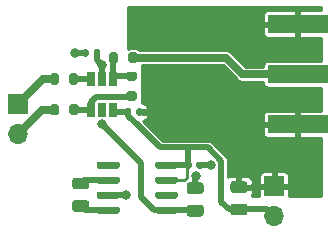
<source format=gbr>
G04 #@! TF.GenerationSoftware,KiCad,Pcbnew,(5.1.9)-1*
G04 #@! TF.CreationDate,2021-04-02T20:50:49-05:00*
G04 #@! TF.ProjectId,coax-probe,636f6178-2d70-4726-9f62-652e6b696361,rev?*
G04 #@! TF.SameCoordinates,Original*
G04 #@! TF.FileFunction,Copper,L1,Top*
G04 #@! TF.FilePolarity,Positive*
%FSLAX46Y46*%
G04 Gerber Fmt 4.6, Leading zero omitted, Abs format (unit mm)*
G04 Created by KiCad (PCBNEW (5.1.9)-1) date 2021-04-02 20:50:49*
%MOMM*%
%LPD*%
G01*
G04 APERTURE LIST*
G04 #@! TA.AperFunction,SMDPad,CuDef*
%ADD10R,0.650000X1.220000*%
G04 #@! TD*
G04 #@! TA.AperFunction,SMDPad,CuDef*
%ADD11R,5.080000X1.500000*%
G04 #@! TD*
G04 #@! TA.AperFunction,ComponentPad*
%ADD12O,1.700000X1.700000*%
G04 #@! TD*
G04 #@! TA.AperFunction,ComponentPad*
%ADD13R,1.700000X1.700000*%
G04 #@! TD*
G04 #@! TA.AperFunction,ViaPad*
%ADD14C,0.600000*%
G04 #@! TD*
G04 #@! TA.AperFunction,ViaPad*
%ADD15C,0.800000*%
G04 #@! TD*
G04 #@! TA.AperFunction,Conductor*
%ADD16C,0.650000*%
G04 #@! TD*
G04 #@! TA.AperFunction,Conductor*
%ADD17C,0.500000*%
G04 #@! TD*
G04 #@! TA.AperFunction,Conductor*
%ADD18C,0.250000*%
G04 #@! TD*
G04 #@! TA.AperFunction,Conductor*
%ADD19C,0.254000*%
G04 #@! TD*
G04 #@! TA.AperFunction,Conductor*
%ADD20C,0.100000*%
G04 #@! TD*
G04 APERTURE END LIST*
G04 #@! TA.AperFunction,SMDPad,CuDef*
G36*
G01*
X170400000Y-64045000D02*
X170400000Y-63745000D01*
G75*
G02*
X170550000Y-63595000I150000J0D01*
G01*
X172200000Y-63595000D01*
G75*
G02*
X172350000Y-63745000I0J-150000D01*
G01*
X172350000Y-64045000D01*
G75*
G02*
X172200000Y-64195000I-150000J0D01*
G01*
X170550000Y-64195000D01*
G75*
G02*
X170400000Y-64045000I0J150000D01*
G01*
G37*
G04 #@! TD.AperFunction*
G04 #@! TA.AperFunction,SMDPad,CuDef*
G36*
G01*
X170400000Y-65315000D02*
X170400000Y-65015000D01*
G75*
G02*
X170550000Y-64865000I150000J0D01*
G01*
X172200000Y-64865000D01*
G75*
G02*
X172350000Y-65015000I0J-150000D01*
G01*
X172350000Y-65315000D01*
G75*
G02*
X172200000Y-65465000I-150000J0D01*
G01*
X170550000Y-65465000D01*
G75*
G02*
X170400000Y-65315000I0J150000D01*
G01*
G37*
G04 #@! TD.AperFunction*
G04 #@! TA.AperFunction,SMDPad,CuDef*
G36*
G01*
X170400000Y-66585000D02*
X170400000Y-66285000D01*
G75*
G02*
X170550000Y-66135000I150000J0D01*
G01*
X172200000Y-66135000D01*
G75*
G02*
X172350000Y-66285000I0J-150000D01*
G01*
X172350000Y-66585000D01*
G75*
G02*
X172200000Y-66735000I-150000J0D01*
G01*
X170550000Y-66735000D01*
G75*
G02*
X170400000Y-66585000I0J150000D01*
G01*
G37*
G04 #@! TD.AperFunction*
G04 #@! TA.AperFunction,SMDPad,CuDef*
G36*
G01*
X170400000Y-67855000D02*
X170400000Y-67555000D01*
G75*
G02*
X170550000Y-67405000I150000J0D01*
G01*
X172200000Y-67405000D01*
G75*
G02*
X172350000Y-67555000I0J-150000D01*
G01*
X172350000Y-67855000D01*
G75*
G02*
X172200000Y-68005000I-150000J0D01*
G01*
X170550000Y-68005000D01*
G75*
G02*
X170400000Y-67855000I0J150000D01*
G01*
G37*
G04 #@! TD.AperFunction*
G04 #@! TA.AperFunction,SMDPad,CuDef*
G36*
G01*
X165450000Y-67855000D02*
X165450000Y-67555000D01*
G75*
G02*
X165600000Y-67405000I150000J0D01*
G01*
X167250000Y-67405000D01*
G75*
G02*
X167400000Y-67555000I0J-150000D01*
G01*
X167400000Y-67855000D01*
G75*
G02*
X167250000Y-68005000I-150000J0D01*
G01*
X165600000Y-68005000D01*
G75*
G02*
X165450000Y-67855000I0J150000D01*
G01*
G37*
G04 #@! TD.AperFunction*
G04 #@! TA.AperFunction,SMDPad,CuDef*
G36*
G01*
X165450000Y-66585000D02*
X165450000Y-66285000D01*
G75*
G02*
X165600000Y-66135000I150000J0D01*
G01*
X167250000Y-66135000D01*
G75*
G02*
X167400000Y-66285000I0J-150000D01*
G01*
X167400000Y-66585000D01*
G75*
G02*
X167250000Y-66735000I-150000J0D01*
G01*
X165600000Y-66735000D01*
G75*
G02*
X165450000Y-66585000I0J150000D01*
G01*
G37*
G04 #@! TD.AperFunction*
G04 #@! TA.AperFunction,SMDPad,CuDef*
G36*
G01*
X165450000Y-65315000D02*
X165450000Y-65015000D01*
G75*
G02*
X165600000Y-64865000I150000J0D01*
G01*
X167250000Y-64865000D01*
G75*
G02*
X167400000Y-65015000I0J-150000D01*
G01*
X167400000Y-65315000D01*
G75*
G02*
X167250000Y-65465000I-150000J0D01*
G01*
X165600000Y-65465000D01*
G75*
G02*
X165450000Y-65315000I0J150000D01*
G01*
G37*
G04 #@! TD.AperFunction*
G04 #@! TA.AperFunction,SMDPad,CuDef*
G36*
G01*
X165450000Y-64045000D02*
X165450000Y-63745000D01*
G75*
G02*
X165600000Y-63595000I150000J0D01*
G01*
X167250000Y-63595000D01*
G75*
G02*
X167400000Y-63745000I0J-150000D01*
G01*
X167400000Y-64045000D01*
G75*
G02*
X167250000Y-64195000I-150000J0D01*
G01*
X165600000Y-64195000D01*
G75*
G02*
X165450000Y-64045000I0J150000D01*
G01*
G37*
G04 #@! TD.AperFunction*
G04 #@! TA.AperFunction,SMDPad,CuDef*
G36*
G01*
X177025000Y-67150000D02*
X177975000Y-67150000D01*
G75*
G02*
X178225000Y-67400000I0J-250000D01*
G01*
X178225000Y-67900000D01*
G75*
G02*
X177975000Y-68150000I-250000J0D01*
G01*
X177025000Y-68150000D01*
G75*
G02*
X176775000Y-67900000I0J250000D01*
G01*
X176775000Y-67400000D01*
G75*
G02*
X177025000Y-67150000I250000J0D01*
G01*
G37*
G04 #@! TD.AperFunction*
G04 #@! TA.AperFunction,SMDPad,CuDef*
G36*
G01*
X177025000Y-65250000D02*
X177975000Y-65250000D01*
G75*
G02*
X178225000Y-65500000I0J-250000D01*
G01*
X178225000Y-66000000D01*
G75*
G02*
X177975000Y-66250000I-250000J0D01*
G01*
X177025000Y-66250000D01*
G75*
G02*
X176775000Y-66000000I0J250000D01*
G01*
X176775000Y-65500000D01*
G75*
G02*
X177025000Y-65250000I250000J0D01*
G01*
G37*
G04 #@! TD.AperFunction*
G04 #@! TA.AperFunction,SMDPad,CuDef*
G36*
G01*
X173900000Y-64070000D02*
X173900000Y-63730000D01*
G75*
G02*
X174040000Y-63590000I140000J0D01*
G01*
X174320000Y-63590000D01*
G75*
G02*
X174460000Y-63730000I0J-140000D01*
G01*
X174460000Y-64070000D01*
G75*
G02*
X174320000Y-64210000I-140000J0D01*
G01*
X174040000Y-64210000D01*
G75*
G02*
X173900000Y-64070000I0J140000D01*
G01*
G37*
G04 #@! TD.AperFunction*
G04 #@! TA.AperFunction,SMDPad,CuDef*
G36*
G01*
X172940000Y-64070000D02*
X172940000Y-63730000D01*
G75*
G02*
X173080000Y-63590000I140000J0D01*
G01*
X173360000Y-63590000D01*
G75*
G02*
X173500000Y-63730000I0J-140000D01*
G01*
X173500000Y-64070000D01*
G75*
G02*
X173360000Y-64210000I-140000J0D01*
G01*
X173080000Y-64210000D01*
G75*
G02*
X172940000Y-64070000I0J140000D01*
G01*
G37*
G04 #@! TD.AperFunction*
G04 #@! TA.AperFunction,SMDPad,CuDef*
G36*
G01*
X162275000Y-56325000D02*
X162275000Y-56875000D01*
G75*
G02*
X162075000Y-57075000I-200000J0D01*
G01*
X161675000Y-57075000D01*
G75*
G02*
X161475000Y-56875000I0J200000D01*
G01*
X161475000Y-56325000D01*
G75*
G02*
X161675000Y-56125000I200000J0D01*
G01*
X162075000Y-56125000D01*
G75*
G02*
X162275000Y-56325000I0J-200000D01*
G01*
G37*
G04 #@! TD.AperFunction*
G04 #@! TA.AperFunction,SMDPad,CuDef*
G36*
G01*
X163925000Y-56325000D02*
X163925000Y-56875000D01*
G75*
G02*
X163725000Y-57075000I-200000J0D01*
G01*
X163325000Y-57075000D01*
G75*
G02*
X163125000Y-56875000I0J200000D01*
G01*
X163125000Y-56325000D01*
G75*
G02*
X163325000Y-56125000I200000J0D01*
G01*
X163725000Y-56125000D01*
G75*
G02*
X163925000Y-56325000I0J-200000D01*
G01*
G37*
G04 #@! TD.AperFunction*
G04 #@! TA.AperFunction,SMDPad,CuDef*
G36*
G01*
X168125000Y-57625000D02*
X168675000Y-57625000D01*
G75*
G02*
X168875000Y-57825000I0J-200000D01*
G01*
X168875000Y-58225000D01*
G75*
G02*
X168675000Y-58425000I-200000J0D01*
G01*
X168125000Y-58425000D01*
G75*
G02*
X167925000Y-58225000I0J200000D01*
G01*
X167925000Y-57825000D01*
G75*
G02*
X168125000Y-57625000I200000J0D01*
G01*
G37*
G04 #@! TD.AperFunction*
G04 #@! TA.AperFunction,SMDPad,CuDef*
G36*
G01*
X168125000Y-55975000D02*
X168675000Y-55975000D01*
G75*
G02*
X168875000Y-56175000I0J-200000D01*
G01*
X168875000Y-56575000D01*
G75*
G02*
X168675000Y-56775000I-200000J0D01*
G01*
X168125000Y-56775000D01*
G75*
G02*
X167925000Y-56575000I0J200000D01*
G01*
X167925000Y-56175000D01*
G75*
G02*
X168125000Y-55975000I200000J0D01*
G01*
G37*
G04 #@! TD.AperFunction*
G04 #@! TA.AperFunction,SMDPad,CuDef*
G36*
G01*
X168925000Y-54525000D02*
X168925000Y-55075000D01*
G75*
G02*
X168725000Y-55275000I-200000J0D01*
G01*
X168325000Y-55275000D01*
G75*
G02*
X168125000Y-55075000I0J200000D01*
G01*
X168125000Y-54525000D01*
G75*
G02*
X168325000Y-54325000I200000J0D01*
G01*
X168725000Y-54325000D01*
G75*
G02*
X168925000Y-54525000I0J-200000D01*
G01*
G37*
G04 #@! TD.AperFunction*
G04 #@! TA.AperFunction,SMDPad,CuDef*
G36*
G01*
X167275000Y-54525000D02*
X167275000Y-55075000D01*
G75*
G02*
X167075000Y-55275000I-200000J0D01*
G01*
X166675000Y-55275000D01*
G75*
G02*
X166475000Y-55075000I0J200000D01*
G01*
X166475000Y-54525000D01*
G75*
G02*
X166675000Y-54325000I200000J0D01*
G01*
X167075000Y-54325000D01*
G75*
G02*
X167275000Y-54525000I0J-200000D01*
G01*
G37*
G04 #@! TD.AperFunction*
G04 #@! TA.AperFunction,SMDPad,CuDef*
G36*
G01*
X162275000Y-58925000D02*
X162275000Y-59475000D01*
G75*
G02*
X162075000Y-59675000I-200000J0D01*
G01*
X161675000Y-59675000D01*
G75*
G02*
X161475000Y-59475000I0J200000D01*
G01*
X161475000Y-58925000D01*
G75*
G02*
X161675000Y-58725000I200000J0D01*
G01*
X162075000Y-58725000D01*
G75*
G02*
X162275000Y-58925000I0J-200000D01*
G01*
G37*
G04 #@! TD.AperFunction*
G04 #@! TA.AperFunction,SMDPad,CuDef*
G36*
G01*
X163925000Y-58925000D02*
X163925000Y-59475000D01*
G75*
G02*
X163725000Y-59675000I-200000J0D01*
G01*
X163325000Y-59675000D01*
G75*
G02*
X163125000Y-59475000I0J200000D01*
G01*
X163125000Y-58925000D01*
G75*
G02*
X163325000Y-58725000I200000J0D01*
G01*
X163725000Y-58725000D01*
G75*
G02*
X163925000Y-58925000I0J-200000D01*
G01*
G37*
G04 #@! TD.AperFunction*
G04 #@! TA.AperFunction,SMDPad,CuDef*
G36*
G01*
X168800000Y-59570000D02*
X168800000Y-59230000D01*
G75*
G02*
X168940000Y-59090000I140000J0D01*
G01*
X169220000Y-59090000D01*
G75*
G02*
X169360000Y-59230000I0J-140000D01*
G01*
X169360000Y-59570000D01*
G75*
G02*
X169220000Y-59710000I-140000J0D01*
G01*
X168940000Y-59710000D01*
G75*
G02*
X168800000Y-59570000I0J140000D01*
G01*
G37*
G04 #@! TD.AperFunction*
G04 #@! TA.AperFunction,SMDPad,CuDef*
G36*
G01*
X167840000Y-59570000D02*
X167840000Y-59230000D01*
G75*
G02*
X167980000Y-59090000I140000J0D01*
G01*
X168260000Y-59090000D01*
G75*
G02*
X168400000Y-59230000I0J-140000D01*
G01*
X168400000Y-59570000D01*
G75*
G02*
X168260000Y-59710000I-140000J0D01*
G01*
X167980000Y-59710000D01*
G75*
G02*
X167840000Y-59570000I0J140000D01*
G01*
G37*
G04 #@! TD.AperFunction*
G04 #@! TA.AperFunction,SMDPad,CuDef*
G36*
G01*
X173325000Y-67250000D02*
X174275000Y-67250000D01*
G75*
G02*
X174525000Y-67500000I0J-250000D01*
G01*
X174525000Y-68000000D01*
G75*
G02*
X174275000Y-68250000I-250000J0D01*
G01*
X173325000Y-68250000D01*
G75*
G02*
X173075000Y-68000000I0J250000D01*
G01*
X173075000Y-67500000D01*
G75*
G02*
X173325000Y-67250000I250000J0D01*
G01*
G37*
G04 #@! TD.AperFunction*
G04 #@! TA.AperFunction,SMDPad,CuDef*
G36*
G01*
X173325000Y-65350000D02*
X174275000Y-65350000D01*
G75*
G02*
X174525000Y-65600000I0J-250000D01*
G01*
X174525000Y-66100000D01*
G75*
G02*
X174275000Y-66350000I-250000J0D01*
G01*
X173325000Y-66350000D01*
G75*
G02*
X173075000Y-66100000I0J250000D01*
G01*
X173075000Y-65600000D01*
G75*
G02*
X173325000Y-65350000I250000J0D01*
G01*
G37*
G04 #@! TD.AperFunction*
G04 #@! TA.AperFunction,SMDPad,CuDef*
G36*
G01*
X164800000Y-54230000D02*
X164800000Y-54570000D01*
G75*
G02*
X164660000Y-54710000I-140000J0D01*
G01*
X164380000Y-54710000D01*
G75*
G02*
X164240000Y-54570000I0J140000D01*
G01*
X164240000Y-54230000D01*
G75*
G02*
X164380000Y-54090000I140000J0D01*
G01*
X164660000Y-54090000D01*
G75*
G02*
X164800000Y-54230000I0J-140000D01*
G01*
G37*
G04 #@! TD.AperFunction*
G04 #@! TA.AperFunction,SMDPad,CuDef*
G36*
G01*
X165760000Y-54230000D02*
X165760000Y-54570000D01*
G75*
G02*
X165620000Y-54710000I-140000J0D01*
G01*
X165340000Y-54710000D01*
G75*
G02*
X165200000Y-54570000I0J140000D01*
G01*
X165200000Y-54230000D01*
G75*
G02*
X165340000Y-54090000I140000J0D01*
G01*
X165620000Y-54090000D01*
G75*
G02*
X165760000Y-54230000I0J-140000D01*
G01*
G37*
G04 #@! TD.AperFunction*
G04 #@! TA.AperFunction,SMDPad,CuDef*
G36*
G01*
X163625000Y-66850000D02*
X164575000Y-66850000D01*
G75*
G02*
X164825000Y-67100000I0J-250000D01*
G01*
X164825000Y-67600000D01*
G75*
G02*
X164575000Y-67850000I-250000J0D01*
G01*
X163625000Y-67850000D01*
G75*
G02*
X163375000Y-67600000I0J250000D01*
G01*
X163375000Y-67100000D01*
G75*
G02*
X163625000Y-66850000I250000J0D01*
G01*
G37*
G04 #@! TD.AperFunction*
G04 #@! TA.AperFunction,SMDPad,CuDef*
G36*
G01*
X163625000Y-64950000D02*
X164575000Y-64950000D01*
G75*
G02*
X164825000Y-65200000I0J-250000D01*
G01*
X164825000Y-65700000D01*
G75*
G02*
X164575000Y-65950000I-250000J0D01*
G01*
X163625000Y-65950000D01*
G75*
G02*
X163375000Y-65700000I0J250000D01*
G01*
X163375000Y-65200000D01*
G75*
G02*
X163625000Y-64950000I250000J0D01*
G01*
G37*
G04 #@! TD.AperFunction*
D10*
X166850000Y-59210000D03*
X165900000Y-59210000D03*
X164950000Y-59210000D03*
X164950000Y-56590000D03*
X165900000Y-56590000D03*
X166850000Y-56590000D03*
D11*
X182500000Y-56200000D03*
X182500000Y-51950000D03*
X182500000Y-60450000D03*
D12*
X180500000Y-68240000D03*
D13*
X180500000Y-65700000D03*
D12*
X158800000Y-61240000D03*
D13*
X158800000Y-58700000D03*
D14*
X179400000Y-57100000D03*
X178500000Y-55300000D03*
X178500000Y-57100000D03*
X177700000Y-54600000D03*
X177500000Y-57100000D03*
X176700000Y-56400000D03*
X176900000Y-53900000D03*
X179400000Y-55300000D03*
X183400000Y-57600000D03*
X170400000Y-55700000D03*
X180100000Y-54800000D03*
X182300000Y-54800000D03*
X183400000Y-54800000D03*
X168400000Y-53700000D03*
X171300000Y-55700000D03*
D15*
X173825000Y-64800000D03*
X167965008Y-66434992D03*
D14*
X169500000Y-55700000D03*
X181200000Y-54800000D03*
X174000000Y-53900000D03*
X182300000Y-57600000D03*
D15*
X175100000Y-63900006D03*
D14*
X174900000Y-55700000D03*
X171300000Y-53900000D03*
X172200000Y-55700000D03*
X175900000Y-53900000D03*
X173100000Y-53900000D03*
X174900000Y-53900000D03*
X169500000Y-53900000D03*
X170400000Y-53900000D03*
D15*
X170000000Y-59400000D03*
D14*
X174000000Y-55700000D03*
X173100000Y-55700000D03*
X180100000Y-57600000D03*
X172200000Y-53900000D03*
D15*
X163600000Y-54400000D03*
D14*
X175900000Y-55700000D03*
X181200000Y-57600000D03*
D15*
X165899986Y-55400056D03*
X165900000Y-60420002D03*
D16*
X161875000Y-59200000D02*
X160840000Y-59200000D01*
X160840000Y-59200000D02*
X158800000Y-61240000D01*
D17*
X173800000Y-65850000D02*
X173800000Y-64825000D01*
X169080000Y-59400000D02*
X170000000Y-59400000D01*
X173800000Y-64825000D02*
X173825000Y-64800000D01*
X175099994Y-63900001D02*
X175100000Y-63900006D01*
X174180000Y-63900001D02*
X175099994Y-63900001D01*
X167965000Y-66435000D02*
X167965008Y-66434992D01*
X166425000Y-66435000D02*
X167965000Y-66435000D01*
X164520000Y-54400000D02*
X163600000Y-54400000D01*
X168120000Y-59710000D02*
X168120000Y-59400000D01*
X169010000Y-60600000D02*
X168120000Y-59710000D01*
X176000000Y-67000000D02*
X176000000Y-63542004D01*
X170810000Y-62400000D02*
X169010000Y-60600000D01*
X174857996Y-62400000D02*
X170810000Y-62400000D01*
X179910000Y-67650000D02*
X176650000Y-67650000D01*
X180500000Y-68240000D02*
X179910000Y-67650000D01*
X176650000Y-67650000D02*
X176000000Y-67000000D01*
X176000000Y-63542004D02*
X174857996Y-62400000D01*
X173220000Y-63900000D02*
X173220000Y-62420000D01*
X168120000Y-59400000D02*
X167040000Y-59400000D01*
X167040000Y-59400000D02*
X166850000Y-59210000D01*
X173220000Y-62420000D02*
X173200000Y-62400000D01*
D18*
X171375000Y-65165000D02*
X172885000Y-65165000D01*
X172885000Y-65165000D02*
X173100000Y-64950000D01*
D17*
X171380000Y-63900001D02*
X171375000Y-63895001D01*
D18*
X173100000Y-64950000D02*
X173100000Y-64100000D01*
D17*
X173220000Y-63900000D02*
X171380000Y-63900001D01*
D16*
X160900000Y-56600000D02*
X158800000Y-58700000D01*
X161875000Y-56600000D02*
X160900000Y-56600000D01*
D17*
X164950000Y-59210000D02*
X164950000Y-58550000D01*
X163525000Y-59200000D02*
X164940000Y-59200000D01*
X168325000Y-58100000D02*
X168400000Y-58025000D01*
X164950000Y-58550000D02*
X165400000Y-58100000D01*
X164940000Y-59200000D02*
X164950000Y-59210000D01*
X165400000Y-58100000D02*
X168325000Y-58100000D01*
X166850000Y-54825000D02*
X166875000Y-54800000D01*
X168400000Y-56375000D02*
X167065000Y-56375000D01*
X167065000Y-56375000D02*
X166850000Y-56590000D01*
X166850000Y-56590000D02*
X166850000Y-54825000D01*
X169200000Y-66600000D02*
X170305000Y-67705000D01*
X170305000Y-67705000D02*
X171375000Y-67705000D01*
X165900000Y-60420002D02*
X169200000Y-63720002D01*
X169200000Y-63720002D02*
X169200000Y-66600000D01*
X165900000Y-55400070D02*
X165899986Y-55400056D01*
X165480000Y-54980070D02*
X165899986Y-55400056D01*
X173755000Y-67705000D02*
X173800000Y-67750000D01*
X165480000Y-54400000D02*
X165480000Y-54980070D01*
X165900000Y-56590000D02*
X165900000Y-55400070D01*
X171375000Y-67705000D02*
X173755000Y-67705000D01*
X163525000Y-56600000D02*
X164940000Y-56600000D01*
X164940000Y-56600000D02*
X164950000Y-56590000D01*
X164455000Y-67704999D02*
X164100000Y-67350000D01*
X166425000Y-67705000D02*
X164455000Y-67704999D01*
X166425000Y-65165000D02*
X164385000Y-65165000D01*
X164385000Y-65165000D02*
X164100000Y-65450000D01*
D16*
X177800000Y-56200000D02*
X182500000Y-56200000D01*
X176400000Y-54800000D02*
X177800000Y-56200000D01*
X168525000Y-54800000D02*
X176400000Y-54800000D01*
D19*
X177316320Y-56638387D02*
X177336736Y-56663264D01*
X177436016Y-56744741D01*
X177549283Y-56805283D01*
X177672185Y-56842565D01*
X177800000Y-56855154D01*
X177832022Y-56852000D01*
X179561080Y-56852000D01*
X179561080Y-56950000D01*
X179568745Y-57027825D01*
X179591446Y-57102660D01*
X179628310Y-57171628D01*
X179677921Y-57232079D01*
X179738372Y-57281690D01*
X179807340Y-57318554D01*
X179882175Y-57341255D01*
X179960000Y-57348920D01*
X184476605Y-57348920D01*
X184476605Y-59271439D01*
X182733750Y-59273000D01*
X182627000Y-59379750D01*
X182627000Y-60323000D01*
X182647000Y-60323000D01*
X182647000Y-60577000D01*
X182627000Y-60577000D01*
X182627000Y-61520250D01*
X182733750Y-61627000D01*
X184476605Y-61628561D01*
X184476605Y-66473000D01*
X181778808Y-66473000D01*
X181777000Y-65933750D01*
X181670250Y-65827000D01*
X180627000Y-65827000D01*
X180627000Y-65847000D01*
X180373000Y-65847000D01*
X180373000Y-65827000D01*
X179329750Y-65827000D01*
X179223000Y-65933750D01*
X179221192Y-66473000D01*
X178589974Y-66473000D01*
X178621405Y-66414196D01*
X178645822Y-66333707D01*
X178654066Y-66250000D01*
X178652000Y-65983750D01*
X178545250Y-65877000D01*
X177627000Y-65877000D01*
X177627000Y-65897000D01*
X177373000Y-65897000D01*
X177373000Y-65877000D01*
X177353000Y-65877000D01*
X177353000Y-65623000D01*
X177373000Y-65623000D01*
X177373000Y-64929750D01*
X177627000Y-64929750D01*
X177627000Y-65623000D01*
X178545250Y-65623000D01*
X178652000Y-65516250D01*
X178654066Y-65250000D01*
X178645822Y-65166293D01*
X178621405Y-65085804D01*
X178581755Y-65011624D01*
X178528395Y-64946605D01*
X178463376Y-64893245D01*
X178389196Y-64853595D01*
X178377346Y-64850000D01*
X179220934Y-64850000D01*
X179223000Y-65466250D01*
X179329750Y-65573000D01*
X180373000Y-65573000D01*
X180373000Y-64529750D01*
X180627000Y-64529750D01*
X180627000Y-65573000D01*
X181670250Y-65573000D01*
X181777000Y-65466250D01*
X181779066Y-64850000D01*
X181770822Y-64766293D01*
X181746405Y-64685804D01*
X181706755Y-64611624D01*
X181653395Y-64546605D01*
X181588376Y-64493245D01*
X181514196Y-64453595D01*
X181433707Y-64429178D01*
X181350000Y-64420934D01*
X180733750Y-64423000D01*
X180627000Y-64529750D01*
X180373000Y-64529750D01*
X180266250Y-64423000D01*
X179650000Y-64420934D01*
X179566293Y-64429178D01*
X179485804Y-64453595D01*
X179411624Y-64493245D01*
X179346605Y-64546605D01*
X179293245Y-64611624D01*
X179253595Y-64685804D01*
X179229178Y-64766293D01*
X179220934Y-64850000D01*
X178377346Y-64850000D01*
X178308707Y-64829178D01*
X178225000Y-64820934D01*
X177733750Y-64823000D01*
X177627000Y-64929750D01*
X177373000Y-64929750D01*
X177266250Y-64823000D01*
X176775000Y-64820934D01*
X176691293Y-64829178D01*
X176610804Y-64853595D01*
X176577000Y-64871664D01*
X176577000Y-63570343D01*
X176579791Y-63542004D01*
X176568651Y-63428892D01*
X176535657Y-63320127D01*
X176509089Y-63270422D01*
X176482079Y-63219889D01*
X176409974Y-63132030D01*
X176387962Y-63113965D01*
X175286035Y-62012038D01*
X175267970Y-61990026D01*
X175180111Y-61917921D01*
X175079872Y-61864343D01*
X175015766Y-61844897D01*
X174971107Y-61831349D01*
X174916041Y-61825926D01*
X174886332Y-61823000D01*
X174886327Y-61823000D01*
X174857996Y-61820210D01*
X174829665Y-61823000D01*
X173228331Y-61823000D01*
X173200000Y-61820210D01*
X173171669Y-61823000D01*
X171049001Y-61823000D01*
X170426001Y-61200000D01*
X179530934Y-61200000D01*
X179539178Y-61283707D01*
X179563595Y-61364196D01*
X179603245Y-61438376D01*
X179656605Y-61503395D01*
X179721624Y-61556755D01*
X179795804Y-61596405D01*
X179876293Y-61620822D01*
X179960000Y-61629066D01*
X182266250Y-61627000D01*
X182373000Y-61520250D01*
X182373000Y-60577000D01*
X179639750Y-60577000D01*
X179533000Y-60683750D01*
X179530934Y-61200000D01*
X170426001Y-61200000D01*
X169438042Y-60212041D01*
X169438037Y-60212035D01*
X169364614Y-60138612D01*
X169443707Y-60130822D01*
X169524196Y-60106405D01*
X169598376Y-60066755D01*
X169663395Y-60013395D01*
X169716755Y-59948376D01*
X169756405Y-59874196D01*
X169780822Y-59793707D01*
X169789066Y-59710000D01*
X169788796Y-59700000D01*
X179530934Y-59700000D01*
X179533000Y-60216250D01*
X179639750Y-60323000D01*
X182373000Y-60323000D01*
X182373000Y-59379750D01*
X182266250Y-59273000D01*
X179960000Y-59270934D01*
X179876293Y-59279178D01*
X179795804Y-59303595D01*
X179721624Y-59343245D01*
X179656605Y-59396605D01*
X179603245Y-59461624D01*
X179563595Y-59535804D01*
X179539178Y-59616293D01*
X179530934Y-59700000D01*
X169788796Y-59700000D01*
X169787000Y-59633750D01*
X169680250Y-59527000D01*
X169329369Y-59527000D01*
X169329252Y-59273000D01*
X169680250Y-59273000D01*
X169787000Y-59166250D01*
X169789066Y-59090000D01*
X169780822Y-59006293D01*
X169756405Y-58925804D01*
X169716755Y-58851624D01*
X169663395Y-58786605D01*
X169598376Y-58733245D01*
X169524196Y-58693595D01*
X169443707Y-58669178D01*
X169360000Y-58660934D01*
X169328970Y-58662320D01*
X169327486Y-55452000D01*
X176129934Y-55452000D01*
X177316320Y-56638387D01*
G04 #@! TA.AperFunction,Conductor*
D20*
G36*
X177316320Y-56638387D02*
G01*
X177336736Y-56663264D01*
X177436016Y-56744741D01*
X177549283Y-56805283D01*
X177672185Y-56842565D01*
X177800000Y-56855154D01*
X177832022Y-56852000D01*
X179561080Y-56852000D01*
X179561080Y-56950000D01*
X179568745Y-57027825D01*
X179591446Y-57102660D01*
X179628310Y-57171628D01*
X179677921Y-57232079D01*
X179738372Y-57281690D01*
X179807340Y-57318554D01*
X179882175Y-57341255D01*
X179960000Y-57348920D01*
X184476605Y-57348920D01*
X184476605Y-59271439D01*
X182733750Y-59273000D01*
X182627000Y-59379750D01*
X182627000Y-60323000D01*
X182647000Y-60323000D01*
X182647000Y-60577000D01*
X182627000Y-60577000D01*
X182627000Y-61520250D01*
X182733750Y-61627000D01*
X184476605Y-61628561D01*
X184476605Y-66473000D01*
X181778808Y-66473000D01*
X181777000Y-65933750D01*
X181670250Y-65827000D01*
X180627000Y-65827000D01*
X180627000Y-65847000D01*
X180373000Y-65847000D01*
X180373000Y-65827000D01*
X179329750Y-65827000D01*
X179223000Y-65933750D01*
X179221192Y-66473000D01*
X178589974Y-66473000D01*
X178621405Y-66414196D01*
X178645822Y-66333707D01*
X178654066Y-66250000D01*
X178652000Y-65983750D01*
X178545250Y-65877000D01*
X177627000Y-65877000D01*
X177627000Y-65897000D01*
X177373000Y-65897000D01*
X177373000Y-65877000D01*
X177353000Y-65877000D01*
X177353000Y-65623000D01*
X177373000Y-65623000D01*
X177373000Y-64929750D01*
X177627000Y-64929750D01*
X177627000Y-65623000D01*
X178545250Y-65623000D01*
X178652000Y-65516250D01*
X178654066Y-65250000D01*
X178645822Y-65166293D01*
X178621405Y-65085804D01*
X178581755Y-65011624D01*
X178528395Y-64946605D01*
X178463376Y-64893245D01*
X178389196Y-64853595D01*
X178377346Y-64850000D01*
X179220934Y-64850000D01*
X179223000Y-65466250D01*
X179329750Y-65573000D01*
X180373000Y-65573000D01*
X180373000Y-64529750D01*
X180627000Y-64529750D01*
X180627000Y-65573000D01*
X181670250Y-65573000D01*
X181777000Y-65466250D01*
X181779066Y-64850000D01*
X181770822Y-64766293D01*
X181746405Y-64685804D01*
X181706755Y-64611624D01*
X181653395Y-64546605D01*
X181588376Y-64493245D01*
X181514196Y-64453595D01*
X181433707Y-64429178D01*
X181350000Y-64420934D01*
X180733750Y-64423000D01*
X180627000Y-64529750D01*
X180373000Y-64529750D01*
X180266250Y-64423000D01*
X179650000Y-64420934D01*
X179566293Y-64429178D01*
X179485804Y-64453595D01*
X179411624Y-64493245D01*
X179346605Y-64546605D01*
X179293245Y-64611624D01*
X179253595Y-64685804D01*
X179229178Y-64766293D01*
X179220934Y-64850000D01*
X178377346Y-64850000D01*
X178308707Y-64829178D01*
X178225000Y-64820934D01*
X177733750Y-64823000D01*
X177627000Y-64929750D01*
X177373000Y-64929750D01*
X177266250Y-64823000D01*
X176775000Y-64820934D01*
X176691293Y-64829178D01*
X176610804Y-64853595D01*
X176577000Y-64871664D01*
X176577000Y-63570343D01*
X176579791Y-63542004D01*
X176568651Y-63428892D01*
X176535657Y-63320127D01*
X176509089Y-63270422D01*
X176482079Y-63219889D01*
X176409974Y-63132030D01*
X176387962Y-63113965D01*
X175286035Y-62012038D01*
X175267970Y-61990026D01*
X175180111Y-61917921D01*
X175079872Y-61864343D01*
X175015766Y-61844897D01*
X174971107Y-61831349D01*
X174916041Y-61825926D01*
X174886332Y-61823000D01*
X174886327Y-61823000D01*
X174857996Y-61820210D01*
X174829665Y-61823000D01*
X173228331Y-61823000D01*
X173200000Y-61820210D01*
X173171669Y-61823000D01*
X171049001Y-61823000D01*
X170426001Y-61200000D01*
X179530934Y-61200000D01*
X179539178Y-61283707D01*
X179563595Y-61364196D01*
X179603245Y-61438376D01*
X179656605Y-61503395D01*
X179721624Y-61556755D01*
X179795804Y-61596405D01*
X179876293Y-61620822D01*
X179960000Y-61629066D01*
X182266250Y-61627000D01*
X182373000Y-61520250D01*
X182373000Y-60577000D01*
X179639750Y-60577000D01*
X179533000Y-60683750D01*
X179530934Y-61200000D01*
X170426001Y-61200000D01*
X169438042Y-60212041D01*
X169438037Y-60212035D01*
X169364614Y-60138612D01*
X169443707Y-60130822D01*
X169524196Y-60106405D01*
X169598376Y-60066755D01*
X169663395Y-60013395D01*
X169716755Y-59948376D01*
X169756405Y-59874196D01*
X169780822Y-59793707D01*
X169789066Y-59710000D01*
X169788796Y-59700000D01*
X179530934Y-59700000D01*
X179533000Y-60216250D01*
X179639750Y-60323000D01*
X182373000Y-60323000D01*
X182373000Y-59379750D01*
X182266250Y-59273000D01*
X179960000Y-59270934D01*
X179876293Y-59279178D01*
X179795804Y-59303595D01*
X179721624Y-59343245D01*
X179656605Y-59396605D01*
X179603245Y-59461624D01*
X179563595Y-59535804D01*
X179539178Y-59616293D01*
X179530934Y-59700000D01*
X169788796Y-59700000D01*
X169787000Y-59633750D01*
X169680250Y-59527000D01*
X169329369Y-59527000D01*
X169329252Y-59273000D01*
X169680250Y-59273000D01*
X169787000Y-59166250D01*
X169789066Y-59090000D01*
X169780822Y-59006293D01*
X169756405Y-58925804D01*
X169716755Y-58851624D01*
X169663395Y-58786605D01*
X169598376Y-58733245D01*
X169524196Y-58693595D01*
X169443707Y-58669178D01*
X169360000Y-58660934D01*
X169328970Y-58662320D01*
X169327486Y-55452000D01*
X176129934Y-55452000D01*
X177316320Y-56638387D01*
G37*
G04 #@! TD.AperFunction*
D19*
X184476605Y-50771439D02*
X182733750Y-50773000D01*
X182627000Y-50879750D01*
X182627000Y-51823000D01*
X182647000Y-51823000D01*
X182647000Y-52077000D01*
X182627000Y-52077000D01*
X182627000Y-53020250D01*
X182733750Y-53127000D01*
X184476605Y-53128561D01*
X184476605Y-55051080D01*
X179960000Y-55051080D01*
X179882175Y-55058745D01*
X179807340Y-55081446D01*
X179738372Y-55118310D01*
X179677921Y-55167921D01*
X179628310Y-55228372D01*
X179591446Y-55297340D01*
X179568745Y-55372175D01*
X179561080Y-55450000D01*
X179561080Y-55548000D01*
X178070067Y-55548000D01*
X176883685Y-54361619D01*
X176863264Y-54336736D01*
X176763984Y-54255259D01*
X176650717Y-54194717D01*
X176527814Y-54157435D01*
X176432022Y-54148000D01*
X176400000Y-54144846D01*
X176367978Y-54148000D01*
X169094821Y-54148000D01*
X169018664Y-54085500D01*
X168927280Y-54036654D01*
X168828121Y-54006575D01*
X168725000Y-53996418D01*
X168325000Y-53996418D01*
X168221879Y-54006575D01*
X168127329Y-54035256D01*
X168128532Y-52700000D01*
X179530934Y-52700000D01*
X179539178Y-52783707D01*
X179563595Y-52864196D01*
X179603245Y-52938376D01*
X179656605Y-53003395D01*
X179721624Y-53056755D01*
X179795804Y-53096405D01*
X179876293Y-53120822D01*
X179960000Y-53129066D01*
X182266250Y-53127000D01*
X182373000Y-53020250D01*
X182373000Y-52077000D01*
X179639750Y-52077000D01*
X179533000Y-52183750D01*
X179530934Y-52700000D01*
X168128532Y-52700000D01*
X168129884Y-51200000D01*
X179530934Y-51200000D01*
X179533000Y-51716250D01*
X179639750Y-51823000D01*
X182373000Y-51823000D01*
X182373000Y-50879750D01*
X182266250Y-50773000D01*
X179960000Y-50770934D01*
X179876293Y-50779178D01*
X179795804Y-50803595D01*
X179721624Y-50843245D01*
X179656605Y-50896605D01*
X179603245Y-50961624D01*
X179563595Y-51035804D01*
X179539178Y-51116293D01*
X179530934Y-51200000D01*
X168129884Y-51200000D01*
X168130491Y-50527000D01*
X184476605Y-50527000D01*
X184476605Y-50771439D01*
G04 #@! TA.AperFunction,Conductor*
D20*
G36*
X184476605Y-50771439D02*
G01*
X182733750Y-50773000D01*
X182627000Y-50879750D01*
X182627000Y-51823000D01*
X182647000Y-51823000D01*
X182647000Y-52077000D01*
X182627000Y-52077000D01*
X182627000Y-53020250D01*
X182733750Y-53127000D01*
X184476605Y-53128561D01*
X184476605Y-55051080D01*
X179960000Y-55051080D01*
X179882175Y-55058745D01*
X179807340Y-55081446D01*
X179738372Y-55118310D01*
X179677921Y-55167921D01*
X179628310Y-55228372D01*
X179591446Y-55297340D01*
X179568745Y-55372175D01*
X179561080Y-55450000D01*
X179561080Y-55548000D01*
X178070067Y-55548000D01*
X176883685Y-54361619D01*
X176863264Y-54336736D01*
X176763984Y-54255259D01*
X176650717Y-54194717D01*
X176527814Y-54157435D01*
X176432022Y-54148000D01*
X176400000Y-54144846D01*
X176367978Y-54148000D01*
X169094821Y-54148000D01*
X169018664Y-54085500D01*
X168927280Y-54036654D01*
X168828121Y-54006575D01*
X168725000Y-53996418D01*
X168325000Y-53996418D01*
X168221879Y-54006575D01*
X168127329Y-54035256D01*
X168128532Y-52700000D01*
X179530934Y-52700000D01*
X179539178Y-52783707D01*
X179563595Y-52864196D01*
X179603245Y-52938376D01*
X179656605Y-53003395D01*
X179721624Y-53056755D01*
X179795804Y-53096405D01*
X179876293Y-53120822D01*
X179960000Y-53129066D01*
X182266250Y-53127000D01*
X182373000Y-53020250D01*
X182373000Y-52077000D01*
X179639750Y-52077000D01*
X179533000Y-52183750D01*
X179530934Y-52700000D01*
X168128532Y-52700000D01*
X168129884Y-51200000D01*
X179530934Y-51200000D01*
X179533000Y-51716250D01*
X179639750Y-51823000D01*
X182373000Y-51823000D01*
X182373000Y-50879750D01*
X182266250Y-50773000D01*
X179960000Y-50770934D01*
X179876293Y-50779178D01*
X179795804Y-50803595D01*
X179721624Y-50843245D01*
X179656605Y-50896605D01*
X179603245Y-50961624D01*
X179563595Y-51035804D01*
X179539178Y-51116293D01*
X179530934Y-51200000D01*
X168129884Y-51200000D01*
X168130491Y-50527000D01*
X184476605Y-50527000D01*
X184476605Y-50771439D01*
G37*
G04 #@! TD.AperFunction*
M02*

</source>
